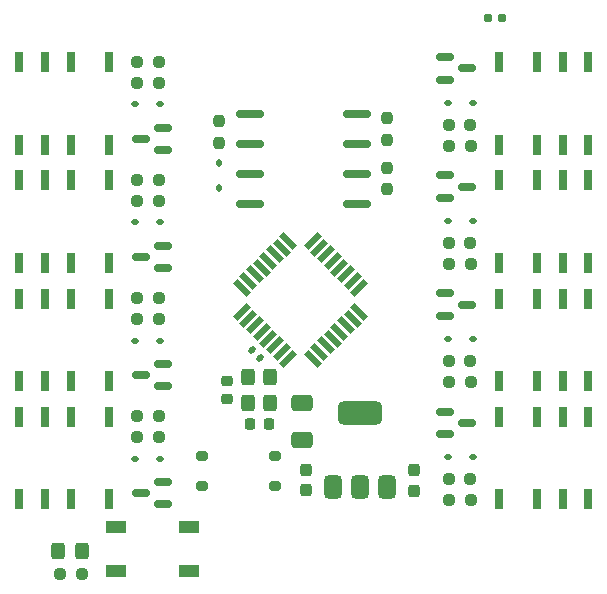
<source format=gbr>
%TF.GenerationSoftware,KiCad,Pcbnew,8.0.2*%
%TF.CreationDate,2024-10-13T21:39:52+02:00*%
%TF.ProjectId,OS-RelayDecoder-8,4f532d52-656c-4617-9944-65636f646572,rev?*%
%TF.SameCoordinates,Original*%
%TF.FileFunction,Paste,Top*%
%TF.FilePolarity,Positive*%
%FSLAX46Y46*%
G04 Gerber Fmt 4.6, Leading zero omitted, Abs format (unit mm)*
G04 Created by KiCad (PCBNEW 8.0.2) date 2024-10-13 21:39:52*
%MOMM*%
%LPD*%
G01*
G04 APERTURE LIST*
G04 Aperture macros list*
%AMRoundRect*
0 Rectangle with rounded corners*
0 $1 Rounding radius*
0 $2 $3 $4 $5 $6 $7 $8 $9 X,Y pos of 4 corners*
0 Add a 4 corners polygon primitive as box body*
4,1,4,$2,$3,$4,$5,$6,$7,$8,$9,$2,$3,0*
0 Add four circle primitives for the rounded corners*
1,1,$1+$1,$2,$3*
1,1,$1+$1,$4,$5*
1,1,$1+$1,$6,$7*
1,1,$1+$1,$8,$9*
0 Add four rect primitives between the rounded corners*
20,1,$1+$1,$2,$3,$4,$5,0*
20,1,$1+$1,$4,$5,$6,$7,0*
20,1,$1+$1,$6,$7,$8,$9,0*
20,1,$1+$1,$8,$9,$2,$3,0*%
%AMRotRect*
0 Rectangle, with rotation*
0 The origin of the aperture is its center*
0 $1 length*
0 $2 width*
0 $3 Rotation angle, in degrees counterclockwise*
0 Add horizontal line*
21,1,$1,$2,0,0,$3*%
G04 Aperture macros list end*
%ADD10RoundRect,0.250000X-0.325000X-0.450000X0.325000X-0.450000X0.325000X0.450000X-0.325000X0.450000X0*%
%ADD11RoundRect,0.250000X-0.650000X0.412500X-0.650000X-0.412500X0.650000X-0.412500X0.650000X0.412500X0*%
%ADD12RoundRect,0.112500X-0.187500X-0.112500X0.187500X-0.112500X0.187500X0.112500X-0.187500X0.112500X0*%
%ADD13RoundRect,0.237500X0.250000X0.237500X-0.250000X0.237500X-0.250000X-0.237500X0.250000X-0.237500X0*%
%ADD14RoundRect,0.150000X-0.587500X-0.150000X0.587500X-0.150000X0.587500X0.150000X-0.587500X0.150000X0*%
%ADD15R,0.800000X1.800000*%
%ADD16RoundRect,0.225000X0.250000X-0.225000X0.250000X0.225000X-0.250000X0.225000X-0.250000X-0.225000X0*%
%ADD17R,1.800000X1.100000*%
%ADD18RoundRect,0.237500X-0.250000X-0.237500X0.250000X-0.237500X0.250000X0.237500X-0.250000X0.237500X0*%
%ADD19RotRect,1.600000X0.550000X45.000000*%
%ADD20RotRect,1.600000X0.550000X135.000000*%
%ADD21RoundRect,0.200000X-0.300000X-0.200000X0.300000X-0.200000X0.300000X0.200000X-0.300000X0.200000X0*%
%ADD22RoundRect,0.237500X-0.237500X0.250000X-0.237500X-0.250000X0.237500X-0.250000X0.237500X0.250000X0*%
%ADD23RoundRect,0.112500X0.187500X0.112500X-0.187500X0.112500X-0.187500X-0.112500X0.187500X-0.112500X0*%
%ADD24RoundRect,0.375000X0.375000X-0.625000X0.375000X0.625000X-0.375000X0.625000X-0.375000X-0.625000X0*%
%ADD25RoundRect,0.500000X1.400000X-0.500000X1.400000X0.500000X-1.400000X0.500000X-1.400000X-0.500000X0*%
%ADD26RoundRect,0.112500X-0.112500X0.187500X-0.112500X-0.187500X0.112500X-0.187500X0.112500X0.187500X0*%
%ADD27RoundRect,0.160000X-0.197500X-0.160000X0.197500X-0.160000X0.197500X0.160000X-0.197500X0.160000X0*%
%ADD28RoundRect,0.150000X0.587500X0.150000X-0.587500X0.150000X-0.587500X-0.150000X0.587500X-0.150000X0*%
%ADD29RoundRect,0.300000X-0.300000X0.400000X-0.300000X-0.400000X0.300000X-0.400000X0.300000X0.400000X0*%
%ADD30RoundRect,0.140000X0.219203X0.021213X0.021213X0.219203X-0.219203X-0.021213X-0.021213X-0.219203X0*%
%ADD31RoundRect,0.225000X-0.225000X-0.250000X0.225000X-0.250000X0.225000X0.250000X-0.225000X0.250000X0*%
%ADD32RoundRect,0.237500X0.237500X-0.300000X0.237500X0.300000X-0.237500X0.300000X-0.237500X-0.300000X0*%
%ADD33RoundRect,0.162500X-1.012500X-0.162500X1.012500X-0.162500X1.012500X0.162500X-1.012500X0.162500X0*%
G04 APERTURE END LIST*
D10*
%TO.C,D201*%
X61952000Y-125503500D03*
X64002000Y-125503500D03*
%TD*%
D11*
%TO.C,C303*%
X82677000Y-112991500D03*
X82677000Y-116116500D03*
%TD*%
D12*
%TO.C,D302*%
X94986500Y-97590907D03*
X97086500Y-97590907D03*
%TD*%
D13*
%TO.C,R901*%
X70524500Y-105873907D03*
X68699500Y-105873907D03*
%TD*%
D14*
%TO.C,Q401*%
X94718000Y-103719907D03*
X94718000Y-105619907D03*
X96593000Y-104669907D03*
%TD*%
D15*
%TO.C,K1001*%
X66300000Y-94151907D03*
X63100000Y-94151907D03*
X60900000Y-94151907D03*
X58700000Y-94151907D03*
X58700000Y-101151907D03*
X60900000Y-101151907D03*
X63100000Y-101151907D03*
X66300000Y-101151907D03*
%TD*%
D16*
%TO.C,C201*%
X76292000Y-112663592D03*
X76292000Y-111113592D03*
%TD*%
D17*
%TO.C,SW601*%
X66900000Y-123499000D03*
X73100000Y-123499000D03*
X66900000Y-127199000D03*
X73100000Y-127199000D03*
%TD*%
D14*
%TO.C,Q501*%
X94718000Y-113719907D03*
X94718000Y-115619907D03*
X96593000Y-114669907D03*
%TD*%
D18*
%TO.C,R201*%
X62175000Y-127494500D03*
X64000000Y-127494500D03*
%TD*%
D15*
%TO.C,K501*%
X99300000Y-121151907D03*
X102500000Y-121151907D03*
X104700000Y-121151907D03*
X106900000Y-121151907D03*
X106900000Y-114151907D03*
X104700000Y-114151907D03*
X102500000Y-114151907D03*
X99300000Y-114151907D03*
%TD*%
D13*
%TO.C,R204*%
X96924000Y-91207907D03*
X95099000Y-91207907D03*
%TD*%
D18*
%TO.C,R203*%
X95075500Y-89429907D03*
X96900500Y-89429907D03*
%TD*%
D19*
%TO.C,U202*%
X77538897Y-105283897D03*
X78104583Y-105849582D03*
X78670268Y-106415268D03*
X79235953Y-106980953D03*
X79801639Y-107546639D03*
X80367324Y-108112324D03*
X80933010Y-108678009D03*
X81498695Y-109243695D03*
D20*
X83549305Y-109243695D03*
X84114990Y-108678009D03*
X84680676Y-108112324D03*
X85246361Y-107546639D03*
X85812047Y-106980953D03*
X86377732Y-106415268D03*
X86943417Y-105849582D03*
X87509103Y-105283897D03*
D19*
X87509103Y-103233287D03*
X86943417Y-102667602D03*
X86377732Y-102101916D03*
X85812047Y-101536231D03*
X85246361Y-100970545D03*
X84680676Y-100404860D03*
X84114990Y-99839175D03*
X83549305Y-99273489D03*
D20*
X81498695Y-99273489D03*
X80933010Y-99839175D03*
X80367324Y-100404860D03*
X79801639Y-100970545D03*
X79235953Y-101536231D03*
X78670268Y-102101916D03*
X78104583Y-102667602D03*
X77538897Y-103233287D03*
%TD*%
D21*
%TO.C,D301*%
X74201000Y-117467000D03*
X74201000Y-120007000D03*
X80351000Y-120007000D03*
X80351000Y-117467000D03*
%TD*%
D15*
%TO.C,K201*%
X99300000Y-91151907D03*
X102500000Y-91151907D03*
X104700000Y-91151907D03*
X106900000Y-91151907D03*
X106900000Y-84151907D03*
X104700000Y-84151907D03*
X102500000Y-84151907D03*
X99300000Y-84151907D03*
%TD*%
D13*
%TO.C,R302*%
X96924000Y-101207907D03*
X95099000Y-101207907D03*
%TD*%
D22*
%TO.C,R3*%
X89802000Y-88868500D03*
X89802000Y-90693500D03*
%TD*%
D23*
%TO.C,D1101*%
X70613500Y-87712907D03*
X68513500Y-87712907D03*
%TD*%
D24*
%TO.C,U301*%
X85263000Y-120109000D03*
X87563000Y-120109000D03*
D25*
X87563000Y-113809000D03*
D24*
X89863000Y-120109000D03*
%TD*%
D18*
%TO.C,R802*%
X68676000Y-114095907D03*
X70501000Y-114095907D03*
%TD*%
D13*
%TO.C,R1001*%
X70524500Y-95873907D03*
X68699500Y-95873907D03*
%TD*%
D15*
%TO.C,K901*%
X66300000Y-104151907D03*
X63100000Y-104151907D03*
X60900000Y-104151907D03*
X58700000Y-104151907D03*
X58700000Y-111151907D03*
X60900000Y-111151907D03*
X63100000Y-111151907D03*
X66300000Y-111151907D03*
%TD*%
D26*
%TO.C,D1*%
X75578000Y-92668000D03*
X75578000Y-94768000D03*
%TD*%
D18*
%TO.C,R301*%
X95075500Y-99429907D03*
X96900500Y-99429907D03*
%TD*%
D13*
%TO.C,R1101*%
X70524500Y-85873907D03*
X68699500Y-85873907D03*
%TD*%
D27*
%TO.C,R202*%
X98402500Y-80391000D03*
X99597500Y-80391000D03*
%TD*%
D22*
%TO.C,R5*%
X75578000Y-89122500D03*
X75578000Y-90947500D03*
%TD*%
D23*
%TO.C,D901*%
X70613500Y-107712907D03*
X68513500Y-107712907D03*
%TD*%
D28*
%TO.C,Q1101*%
X70882000Y-91583907D03*
X70882000Y-89683907D03*
X69007000Y-90633907D03*
%TD*%
D18*
%TO.C,R501*%
X95075500Y-119429907D03*
X96900500Y-119429907D03*
%TD*%
D29*
%TO.C,Y201*%
X78043000Y-110831592D03*
X78043000Y-113031592D03*
X79943000Y-113031592D03*
X79943000Y-110831592D03*
%TD*%
D12*
%TO.C,D501*%
X94986500Y-117590907D03*
X97086500Y-117590907D03*
%TD*%
D13*
%TO.C,R801*%
X70524500Y-115873907D03*
X68699500Y-115873907D03*
%TD*%
D14*
%TO.C,Q301*%
X94718000Y-93719907D03*
X94718000Y-95619907D03*
X96593000Y-94669907D03*
%TD*%
D30*
%TO.C,C202*%
X79054000Y-109221592D03*
X78375178Y-108542770D03*
%TD*%
D15*
%TO.C,K1101*%
X66300000Y-84151907D03*
X63100000Y-84151907D03*
X60900000Y-84151907D03*
X58700000Y-84151907D03*
X58700000Y-91151907D03*
X60900000Y-91151907D03*
X63100000Y-91151907D03*
X66300000Y-91151907D03*
%TD*%
D18*
%TO.C,R401*%
X95075500Y-109429907D03*
X96900500Y-109429907D03*
%TD*%
D31*
%TO.C,C203*%
X78279000Y-114809592D03*
X79829000Y-114809592D03*
%TD*%
D28*
%TO.C,Q801*%
X70882000Y-121583907D03*
X70882000Y-119683907D03*
X69007000Y-120633907D03*
%TD*%
D15*
%TO.C,K401*%
X99300000Y-111151907D03*
X102500000Y-111151907D03*
X104700000Y-111151907D03*
X106900000Y-111151907D03*
X106900000Y-104151907D03*
X104700000Y-104151907D03*
X102500000Y-104151907D03*
X99300000Y-104151907D03*
%TD*%
D12*
%TO.C,D401*%
X94986500Y-107590907D03*
X97086500Y-107590907D03*
%TD*%
D18*
%TO.C,R902*%
X68676000Y-104095907D03*
X70501000Y-104095907D03*
%TD*%
D28*
%TO.C,Q1001*%
X70882000Y-101583907D03*
X70882000Y-99683907D03*
X69007000Y-100633907D03*
%TD*%
D32*
%TO.C,C301*%
X92131000Y-120427000D03*
X92131000Y-118702000D03*
%TD*%
D18*
%TO.C,R1002*%
X68676000Y-94095907D03*
X70501000Y-94095907D03*
%TD*%
D33*
%TO.C,U3*%
X78212000Y-88511000D03*
X78212000Y-91051000D03*
X78212000Y-93591000D03*
X78212000Y-96131000D03*
X87262000Y-96131000D03*
X87262000Y-93591000D03*
X87262000Y-91051000D03*
X87262000Y-88511000D03*
%TD*%
D13*
%TO.C,R402*%
X96924000Y-111207907D03*
X95099000Y-111207907D03*
%TD*%
D23*
%TO.C,D1001*%
X70613500Y-97712907D03*
X68513500Y-97712907D03*
%TD*%
D28*
%TO.C,Q901*%
X70882000Y-111583907D03*
X70882000Y-109683907D03*
X69007000Y-110633907D03*
%TD*%
D23*
%TO.C,D801*%
X70613500Y-117712907D03*
X68513500Y-117712907D03*
%TD*%
D12*
%TO.C,D202*%
X94986500Y-87590907D03*
X97086500Y-87590907D03*
%TD*%
D15*
%TO.C,K301*%
X99300000Y-101151907D03*
X102500000Y-101151907D03*
X104700000Y-101151907D03*
X106900000Y-101151907D03*
X106900000Y-94151907D03*
X104700000Y-94151907D03*
X102500000Y-94151907D03*
X99300000Y-94151907D03*
%TD*%
D22*
%TO.C,R4*%
X89802000Y-93059500D03*
X89802000Y-94884500D03*
%TD*%
D13*
%TO.C,R502*%
X96924000Y-121207907D03*
X95099000Y-121207907D03*
%TD*%
D14*
%TO.C,Q201*%
X94718000Y-83719907D03*
X94718000Y-85619907D03*
X96593000Y-84669907D03*
%TD*%
D18*
%TO.C,R1102*%
X68676000Y-84095907D03*
X70501000Y-84095907D03*
%TD*%
D15*
%TO.C,K801*%
X66300000Y-114151907D03*
X63100000Y-114151907D03*
X60900000Y-114151907D03*
X58700000Y-114151907D03*
X58700000Y-121151907D03*
X60900000Y-121151907D03*
X63100000Y-121151907D03*
X66300000Y-121151907D03*
%TD*%
D32*
%TO.C,C302*%
X82987000Y-120400500D03*
X82987000Y-118675500D03*
%TD*%
M02*

</source>
